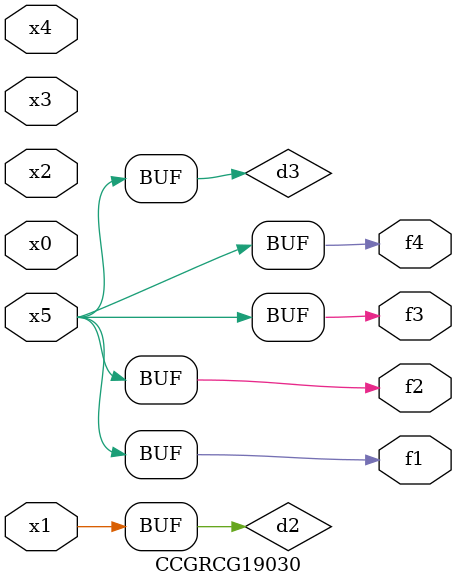
<source format=v>
module CCGRCG19030(
	input x0, x1, x2, x3, x4, x5,
	output f1, f2, f3, f4
);

	wire d1, d2, d3;

	not (d1, x5);
	or (d2, x1);
	xnor (d3, d1);
	assign f1 = d3;
	assign f2 = d3;
	assign f3 = d3;
	assign f4 = d3;
endmodule

</source>
